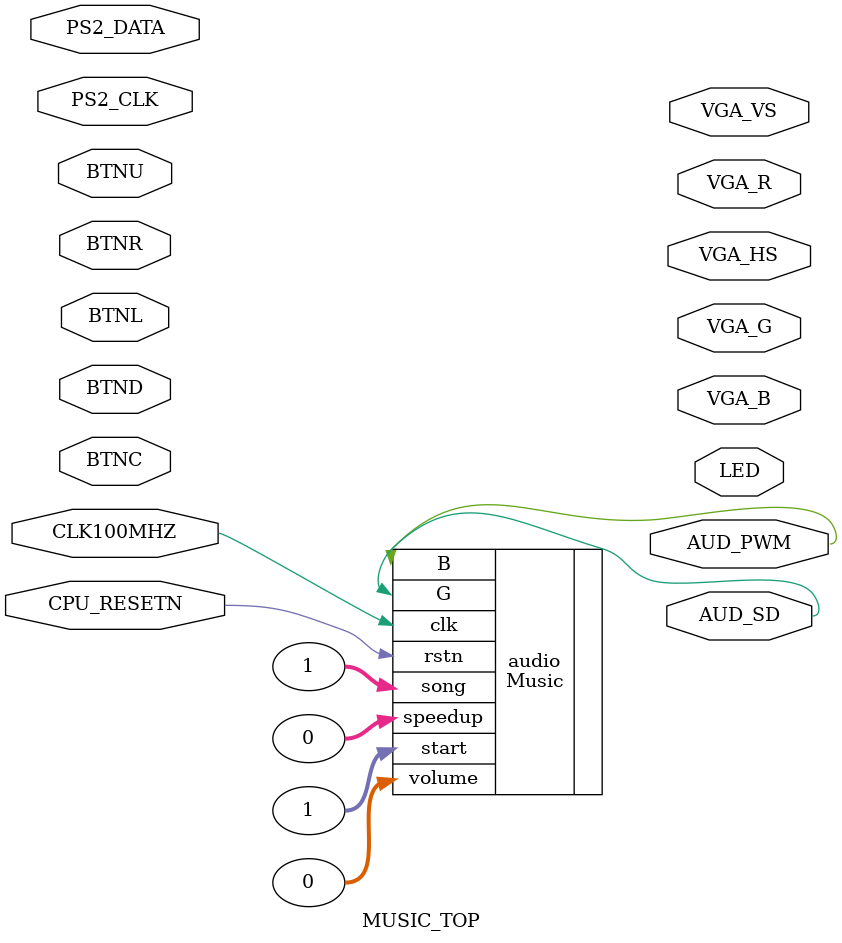
<source format=sv>
module MUSIC_TOP (
    input CLK100MHZ,   // 100_000_000 MHz
    input CPU_RESETN,
    input PS2_CLK,
    input PS2_DATA,
    input BTNC,
    BTNL,
    BTNR,
    BTNU,
    BTND,

    output VGA_HS,
    output VGA_VS,
    output [3 : 0] VGA_R,
    output [3 : 0] VGA_G,
    output [3 : 0] VGA_B,
    output AUD_PWM,
    output AUD_SD,
    output [15:0] LED
);
  Music audio (
      .clk(CLK100MHZ),
      .rstn(CPU_RESETN),
      .start(1),
      .speedup(0),
      .song(1),
      .volume(0),
      .G(AUD_SD),
      .B(AUD_PWM)
  );

endmodule

</source>
